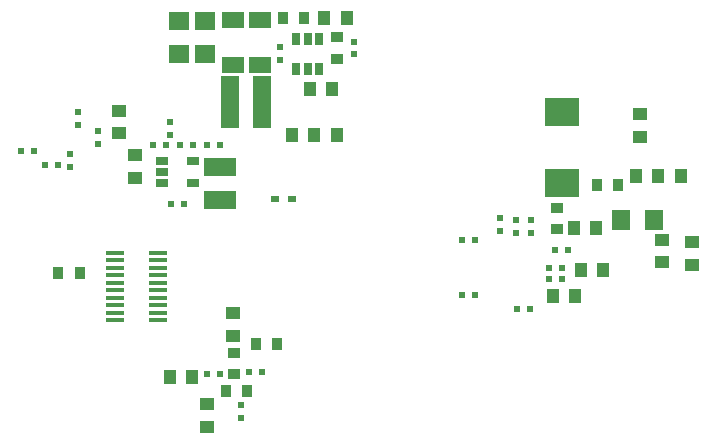
<source format=gbp>
G04*
G04 #@! TF.GenerationSoftware,Altium Limited,Altium Designer,18.0.11 (651)*
G04*
G04 Layer_Color=128*
%FSLAX44Y44*%
%MOMM*%
G71*
G01*
G75*
%ADD33R,0.6000X0.6000*%
%ADD34R,0.9000X1.0000*%
%ADD36R,1.0000X0.9000*%
%ADD37R,1.3000X1.0000*%
%ADD38R,0.6000X0.6000*%
%ADD39R,1.0000X1.3000*%
%ADD40R,1.6000X1.8000*%
%ADD43R,2.7000X1.6000*%
%ADD44R,1.6000X4.5000*%
%ADD45R,1.8000X1.6000*%
%ADD52R,3.0000X2.4000*%
%ADD67R,1.6000X0.4000*%
%ADD68R,1.6000X0.4000*%
%ADD160R,1.0000X0.7000*%
%ADD161R,1.0000X0.7000*%
%ADD162R,0.7000X1.0000*%
%ADD163R,1.9000X1.4000*%
%ADD164R,0.7500X0.5500*%
D33*
X164500Y380000D02*
D03*
X175500D02*
D03*
X63000Y375000D02*
D03*
X52000D02*
D03*
X483000Y241000D02*
D03*
X472000D02*
D03*
X510000Y266000D02*
D03*
X499000D02*
D03*
X436500Y299250D02*
D03*
X425500D02*
D03*
Y252750D02*
D03*
X436500D02*
D03*
X504500Y290750D02*
D03*
X515500D02*
D03*
X209500Y380000D02*
D03*
X220500D02*
D03*
X197750D02*
D03*
X186750D02*
D03*
X510000Y276000D02*
D03*
X499000D02*
D03*
X83500Y363000D02*
D03*
X72500D02*
D03*
X190500Y329500D02*
D03*
X179500D02*
D03*
X209500Y186000D02*
D03*
X220500D02*
D03*
X245000Y187500D02*
D03*
X256000D02*
D03*
D34*
X84000Y271500D02*
D03*
X102000D02*
D03*
X244000Y172000D02*
D03*
X226000D02*
D03*
X558000Y346000D02*
D03*
X540000D02*
D03*
X274000Y487000D02*
D03*
X292000D02*
D03*
X269000Y211000D02*
D03*
X251000D02*
D03*
D36*
X320000Y453000D02*
D03*
Y471000D02*
D03*
X506500Y326500D02*
D03*
Y308500D02*
D03*
X233000Y186000D02*
D03*
Y204000D02*
D03*
D37*
X595000Y280500D02*
D03*
Y299500D02*
D03*
X149000Y352000D02*
D03*
Y371000D02*
D03*
X232000Y218500D02*
D03*
Y237500D02*
D03*
X210000Y160500D02*
D03*
Y141500D02*
D03*
X620500Y297500D02*
D03*
Y278500D02*
D03*
X576500Y406000D02*
D03*
Y387000D02*
D03*
X135500Y409000D02*
D03*
Y390000D02*
D03*
D38*
X484000Y305000D02*
D03*
Y316000D02*
D03*
X458000Y317750D02*
D03*
Y306750D02*
D03*
X94000Y372000D02*
D03*
Y361000D02*
D03*
X178500Y388500D02*
D03*
Y399500D02*
D03*
X117500Y391500D02*
D03*
Y380500D02*
D03*
X471750Y316000D02*
D03*
Y305000D02*
D03*
X272000Y463000D02*
D03*
Y452000D02*
D03*
X239000Y160000D02*
D03*
Y149000D02*
D03*
X334500Y456500D02*
D03*
Y467500D02*
D03*
X101000Y408000D02*
D03*
Y397000D02*
D03*
D39*
X300500Y388500D02*
D03*
X319500D02*
D03*
X281500D02*
D03*
X300500D02*
D03*
X526500Y274000D02*
D03*
X545500D02*
D03*
X520500Y309500D02*
D03*
X539500D02*
D03*
X573000Y353500D02*
D03*
X592000D02*
D03*
X502500Y252000D02*
D03*
X521500D02*
D03*
X316000Y427000D02*
D03*
X297000D02*
D03*
X328000Y487000D02*
D03*
X309000D02*
D03*
X611000Y353500D02*
D03*
X592000D02*
D03*
X197250Y183500D02*
D03*
X178250D02*
D03*
D40*
X560500Y316500D02*
D03*
X588500D02*
D03*
D43*
X221000Y333000D02*
D03*
Y361000D02*
D03*
D44*
X229500Y416000D02*
D03*
X256500D02*
D03*
D45*
X208500Y457000D02*
D03*
Y485000D02*
D03*
X186000D02*
D03*
Y457000D02*
D03*
D52*
X510500Y348000D02*
D03*
Y408000D02*
D03*
D67*
X132000Y231425D02*
D03*
X168000D02*
D03*
Y237775D02*
D03*
X132000D02*
D03*
X168000Y244125D02*
D03*
X132000D02*
D03*
X168000Y250475D02*
D03*
X132000D02*
D03*
X168000Y256825D02*
D03*
X132000D02*
D03*
D68*
X168000Y263175D02*
D03*
X132000D02*
D03*
X168000Y269525D02*
D03*
X132000D02*
D03*
X168000Y275875D02*
D03*
X132000D02*
D03*
X168000Y282225D02*
D03*
X132000D02*
D03*
X168000Y288575D02*
D03*
X132000D02*
D03*
D160*
X198000Y366500D02*
D03*
Y347500D02*
D03*
X172000Y366500D02*
D03*
Y357000D02*
D03*
D161*
Y347500D02*
D03*
D162*
X304500Y470000D02*
D03*
Y444000D02*
D03*
X295000D02*
D03*
X285500D02*
D03*
Y470000D02*
D03*
X295000D02*
D03*
D163*
X231500Y486000D02*
D03*
Y448000D02*
D03*
X255000Y486000D02*
D03*
Y448000D02*
D03*
D164*
X281500Y334500D02*
D03*
X267500D02*
D03*
M02*

</source>
